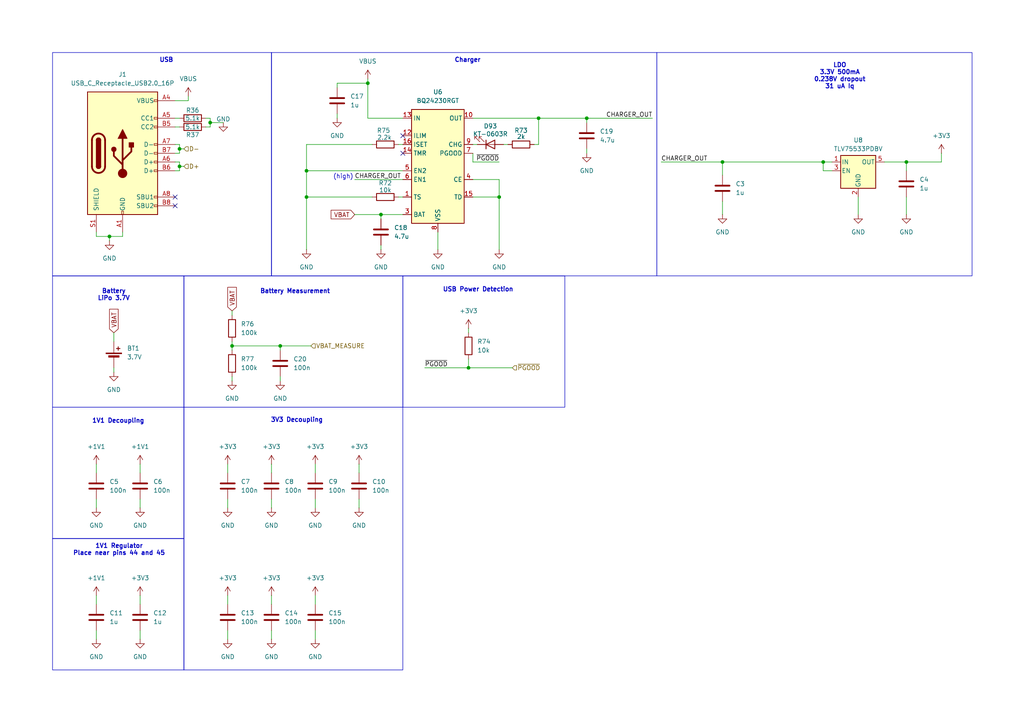
<source format=kicad_sch>
(kicad_sch (version 20231120) (generator "eeschema") (generator_version "8.0")
  (paper "A4")
  (lib_symbols
    (symbol "Connector:USB_C_Receptacle_USB2.0_16P" (pin_names (offset 1.016))
      (property "Reference" "J" (at 0 22.225 0))
      (property "Value" "USB_C_Receptacle_USB2.0_16P" (at 0 19.685 0))
      (symbol "USB_C_Receptacle_USB2.0_16P_0_0"
        (rectangle (start -0.254 -17.78) (end 0.254 -16.764))
        (rectangle (start 10.16 -14.986) (end 9.144 -15.494))
        (rectangle (start 10.16 -12.446) (end 9.144 -12.954))
        (rectangle (start 10.16 -4.826) (end 9.144 -5.334))
        (rectangle (start 10.16 -2.286) (end 9.144 -2.794))
        (rectangle (start 10.16 0.254) (end 9.144 -0.254))
        (rectangle (start 10.16 2.794) (end 9.144 2.286))
        (rectangle (start 10.16 7.874) (end 9.144 7.366))
        (rectangle (start 10.16 10.414) (end 9.144 9.906))
        (rectangle (start 10.16 15.494) (end 9.144 14.986))
      )
      (symbol "USB_C_Receptacle_USB2.0_16P_0_1"
        (rectangle (start -10.16 17.78) (end 10.16 -17.78) (stroke (width 0.254)) (fill (type background)))
        (arc (start -8.89 -3.81) (mid -6.985 -5.7067) (end -5.08 -3.81) (stroke (width 0.508)))
        (arc (start -7.62 -3.81) (mid -6.985 -4.4423) (end -6.35 -3.81) (stroke (width 0.254)))
        (arc (start -7.62 -3.81) (mid -6.985 -4.4423) (end -6.35 -3.81) (stroke (width 0.254)) (fill (type outline)))
        (rectangle (start -7.62 -3.81) (end -6.35 3.81) (stroke (width 0.254)) (fill (type outline)))
        (arc (start -6.35 3.81) (mid -6.985 4.4423) (end -7.62 3.81) (stroke (width 0.254)))
        (arc (start -6.35 3.81) (mid -6.985 4.4423) (end -7.62 3.81) (stroke (width 0.254)) (fill (type outline)))
        (arc (start -5.08 3.81) (mid -6.985 5.7067) (end -8.89 3.81) (stroke (width 0.508)))
        (circle (center -2.54 1.143) (radius 0.635) (stroke (width 0.254)) (fill (type outline)))
        (circle (center 0 -5.842) (radius 1.27) (fill (type outline)))
        (polyline (pts (xy -8.89 -3.81) (xy -8.89 3.81)) (stroke (width 0.508)))
        (polyline (pts (xy -5.08 3.81) (xy -5.08 -3.81)) (stroke (width 0.508)))
        (polyline (pts (xy 0 -5.842) (xy 0 4.318)) (stroke (width 0.508)))
        (polyline (pts (xy 0 -3.302) (xy -2.54 -0.762) (xy -2.54 0.508)) (stroke (width 0.508)))
        (polyline (pts (xy 0 -2.032) (xy 2.54 0.508) (xy 2.54 1.778)) (stroke (width 0.508)))
        (polyline (pts (xy -1.27 4.318) (xy 0 6.858) (xy 1.27 4.318) (xy -1.27 4.318)) (stroke (width 0.254)) (fill (type outline)))
        (rectangle (start 1.905 1.778) (end 3.175 3.048) (stroke (width 0.254)) (fill (type outline)))
      )
      (symbol "USB_C_Receptacle_USB2.0_16P_1_1"
        (pin passive line (at 0 -22.86 90) (length 5.08) (name "GND") (number "A1"))
        (pin passive line (at 0 -22.86 90) (length 5.08) hide (name "GND") (number "A12"))
        (pin passive line (at 15.24 15.24 180) (length 5.08) (name "VBUS") (number "A4"))
        (pin bidirectional line (at 15.24 10.16 180) (length 5.08) (name "CC1") (number "A5"))
        (pin bidirectional line (at 15.24 -2.54 180) (length 5.08) (name "D+") (number "A6"))
        (pin bidirectional line (at 15.24 2.54 180) (length 5.08) (name "D-") (number "A7"))
        (pin bidirectional line (at 15.24 -12.7 180) (length 5.08) (name "SBU1") (number "A8"))
        (pin passive line (at 15.24 15.24 180) (length 5.08) hide (name "VBUS") (number "A9"))
        (pin passive line (at 0 -22.86 90) (length 5.08) hide (name "GND") (number "B1"))
        (pin passive line (at 0 -22.86 90) (length 5.08) hide (name "GND") (number "B12"))
        (pin passive line (at 15.24 15.24 180) (length 5.08) hide (name "VBUS") (number "B4"))
        (pin bidirectional line (at 15.24 7.62 180) (length 5.08) (name "CC2") (number "B5"))
        (pin bidirectional line (at 15.24 -5.08 180) (length 5.08) (name "D+") (number "B6"))
        (pin bidirectional line (at 15.24 0 180) (length 5.08) (name "D-") (number "B7"))
        (pin bidirectional line (at 15.24 -15.24 180) (length 5.08) (name "SBU2") (number "B8"))
        (pin passive line (at 15.24 15.24 180) (length 5.08) hide (name "VBUS") (number "B9"))
        (pin passive line (at -7.62 -22.86 90) (length 5.08) (name "SHIELD") (number "S1"))
      )
    )
    (symbol "Device:Battery_Cell" (pin_numbers hide) (pin_names (offset 0) hide)
      (property "Reference" "BT" (at 2.54 2.54 0))
      (property "Value" "Battery_Cell" (at 2.54 0 0))
      (symbol "Battery_Cell_0_1"
        (rectangle (start -2.286 1.778) (end 2.286 1.524) (fill (type outline)))
        (rectangle (start -1.524 1.016) (end 1.524 0.508) (fill (type outline)))
        (polyline (pts (xy 0 0.762) (xy 0 0)))
        (polyline (pts (xy 0 1.778) (xy 0 2.54)))
        (polyline (pts (xy 0.762 3.048) (xy 1.778 3.048)) (stroke (width 0.254)))
        (polyline (pts (xy 1.27 3.556) (xy 1.27 2.54)) (stroke (width 0.254)))
      )
      (symbol "Battery_Cell_1_1"
        (pin passive line (at 0 5.08 270) (length 2.54) (name "+") (number "1"))
        (pin passive line (at 0 -2.54 90) (length 2.54) (name "-") (number "2"))
      )
    )
    (symbol "Device:C" (pin_numbers hide) (pin_names (offset 0.254))
      (property "Reference" "C" (at 0.635 2.54 0))
      (property "Value" "C" (at 0.635 -2.54 0))
      (symbol "C_0_1"
        (polyline (pts (xy -2.032 -0.762) (xy 2.032 -0.762)) (stroke (width 0.508)))
        (polyline (pts (xy -2.032 0.762) (xy 2.032 0.762)) (stroke (width 0.508)))
      )
      (symbol "C_1_1"
        (pin passive line (at 0 3.81 270) (length 2.794) (name "~") (number "1"))
        (pin passive line (at 0 -3.81 90) (length 2.794) (name "~") (number "2"))
      )
    )
    (symbol "Device:LED" (pin_numbers hide) (pin_names (offset 1.016) hide)
      (property "Reference" "D" (at 0 2.54 0))
      (property "Value" "LED" (at 0 -2.54 0))
      (symbol "LED_0_1"
        (polyline (pts (xy -1.27 -1.27) (xy -1.27 1.27)) (stroke (width 0.254)))
        (polyline (pts (xy -1.27 0) (xy 1.27 0)))
        (polyline (pts (xy 1.27 -1.27) (xy 1.27 1.27) (xy -1.27 0) (xy 1.27 -1.27)) (stroke (width 0.254)))
        (polyline (pts (xy -3.048 -0.762) (xy -4.572 -2.286) (xy -3.81 -2.286) (xy -4.572 -2.286) (xy -4.572 -1.524)))
        (polyline (pts (xy -1.778 -0.762) (xy -3.302 -2.286) (xy -2.54 -2.286) (xy -3.302 -2.286) (xy -3.302 -1.524)))
      )
      (symbol "LED_1_1"
        (pin passive line (at -3.81 0 0) (length 2.54) (name "K") (number "1"))
        (pin passive line (at 3.81 0 180) (length 2.54) (name "A") (number "2"))
      )
    )
    (symbol "Device:R" (pin_numbers hide) (pin_names (offset 0))
      (property "Reference" "R" (at 2.032 0 90))
      (property "Value" "R" (at 0 0 90))
      (symbol "R_0_1"
        (rectangle (start -1.016 -2.54) (end 1.016 2.54) (stroke (width 0.254)))
      )
      (symbol "R_1_1"
        (pin passive line (at 0 3.81 270) (length 1.27) (name "~") (number "1"))
        (pin passive line (at 0 -3.81 90) (length 1.27) (name "~") (number "2"))
      )
    )
    (symbol "Power_Management:BQ24230RGT"
      (property "Reference" "U" (at -8.89 19.05 0))
      (property "Value" "BQ24230RGT" (at 5.08 19.05 0))
      (symbol "BQ24230RGT_0_1"
        (rectangle (start -7.62 17.78) (end 7.62 -15.24) (stroke (width 0.254)) (fill (type background)))
      )
      (symbol "BQ24230RGT_1_1"
        (pin passive line (at -10.16 -7.62 0) (length 2.54) (name "TS") (number "1"))
        (pin power_out line (at 10.16 15.24 180) (length 2.54) (name "OUT") (number "10"))
        (pin passive line (at 10.16 15.24 180) (length 2.54) hide (name "OUT") (number "11"))
        (pin passive line (at -10.16 10.16 0) (length 2.54) (name "ILIM") (number "12"))
        (pin power_in line (at -10.16 15.24 0) (length 2.54) (name "IN") (number "13"))
        (pin passive line (at -10.16 5.08 0) (length 2.54) (name "TMR") (number "14"))
        (pin input line (at 10.16 -7.62 180) (length 2.54) (name "TD") (number "15"))
        (pin passive line (at -10.16 7.62 0) (length 2.54) (name "ISET") (number "16"))
        (pin passive line (at 0 -17.78 90) (length 2.54) hide (name "VSS") (number "17"))
        (pin bidirectional line (at -10.16 -12.7 0) (length 2.54) hide (name "BAT") (number "2"))
        (pin bidirectional line (at -10.16 -12.7 0) (length 2.54) (name "BAT") (number "3"))
        (pin input line (at 10.16 -2.54 180) (length 2.54) (name "CE") (number "4"))
        (pin input line (at -10.16 0 0) (length 2.54) (name "EN2") (number "5"))
        (pin input line (at -10.16 -2.54 0) (length 2.54) (name "EN1") (number "6"))
        (pin open_collector line (at 10.16 5.08 180) (length 2.54) (name "PGOOD") (number "7"))
        (pin power_in line (at 0 -17.78 90) (length 2.54) (name "VSS") (number "8"))
        (pin open_collector line (at 10.16 7.62 180) (length 2.54) (name "CHG") (number "9"))
      )
    )
    (symbol "Regulator_Linear:TLV75533PDBV" (pin_names (offset 0.254))
      (property "Reference" "U" (at -3.81 5.715 0))
      (property "Value" "TLV75533PDBV" (at 0 5.715 0))
      (symbol "TLV75533PDBV_0_1"
        (rectangle (start -5.08 4.445) (end 5.08 -5.08) (stroke (width 0.254)) (fill (type background)))
      )
      (symbol "TLV75533PDBV_1_1"
        (pin power_in line (at -7.62 2.54 0) (length 2.54) (name "IN") (number "1"))
        (pin power_in line (at 0 -7.62 90) (length 2.54) (name "GND") (number "2"))
        (pin input line (at -7.62 0 0) (length 2.54) (name "EN") (number "3"))
        (pin no_connect line (at 5.08 0 180) (length 2.54) hide (name "NC") (number "4"))
        (pin power_out line (at 7.62 2.54 180) (length 2.54) (name "OUT") (number "5"))
      )
    )
    (symbol "power:+1V1" (power) (pin_numbers hide) (pin_names (offset 0) hide)
      (property "Value" "+1V1" (at 0 3.556 0))
      (symbol "+1V1_0_1"
        (polyline (pts (xy -0.762 1.27) (xy 0 2.54)))
        (polyline (pts (xy 0 0) (xy 0 2.54)))
        (polyline (pts (xy 0 2.54) (xy 0.762 1.27)))
      )
      (symbol "+1V1_1_1"
        (pin power_in line (at 0 0 90) (length 0) (name "~") (number "1"))
      )
    )
    (symbol "power:+3V3" (power) (pin_numbers hide) (pin_names (offset 0) hide)
      (property "Value" "+3V3" (at 0 3.556 0))
      (symbol "+3V3_0_1"
        (polyline (pts (xy -0.762 1.27) (xy 0 2.54)))
        (polyline (pts (xy 0 0) (xy 0 2.54)))
        (polyline (pts (xy 0 2.54) (xy 0.762 1.27)))
      )
      (symbol "+3V3_1_1"
        (pin power_in line (at 0 0 90) (length 0) (name "~") (number "1"))
      )
    )
    (symbol "power:GND" (power) (pin_numbers hide) (pin_names (offset 0) hide)
      (property "Value" "GND" (at 0 -3.81 0))
      (symbol "GND_0_1"
        (polyline (pts (xy 0 0) (xy 0 -1.27) (xy 1.27 -1.27) (xy 0 -2.54) (xy -1.27 -1.27) (xy 0 -1.27)))
      )
      (symbol "GND_1_1"
        (pin power_in line (at 0 0 270) (length 0) (name "~") (number "1"))
      )
    )
    (symbol "power:VBUS" (power) (pin_numbers hide) (pin_names (offset 0) hide)
      (property "Value" "VBUS" (at 0 3.556 0))
      (symbol "VBUS_0_1"
        (polyline (pts (xy -0.762 1.27) (xy 0 2.54)))
        (polyline (pts (xy 0 0) (xy 0 2.54)))
        (polyline (pts (xy 0 2.54) (xy 0.762 1.27)))
      )
      (symbol "VBUS_1_1"
        (pin power_in line (at 0 0 90) (length 0) (name "~") (number "1"))
      )
    )
  )
  (junction (at 135.89 106.68))
  (junction (at 31.75 68.58))
  (junction (at 110.49 62.23))
  (junction (at 262.89 46.99))
  (junction (at 88.9 57.15))
  (junction (at 170.18 34.29))
  (junction (at 238.76 46.99))
  (junction (at 106.68 24.13))
  (junction (at 144.78 57.15))
  (junction (at 88.9 49.53))
  (junction (at 52.07 43.18))
  (junction (at 156.21 34.29))
  (junction (at 81.28 100.33))
  (junction (at 209.55 46.99))
  (junction (at 67.31 100.33))
  (junction (at 52.07 48.26))
  (junction (at 60.96 35.56))
  (no_connect (at 50.8 59.69))
  (no_connect (at 50.8 57.15))
  (no_connect (at 116.84 39.37))
  (no_connect (at 116.84 44.45))
  (wire (pts (xy 110.49 62.23) (xy 110.49 63.5)))
  (wire (pts (xy 27.94 182.88) (xy 27.94 185.42)))
  (wire (pts (xy 78.74 134.62) (xy 78.74 137.16)))
  (wire (pts (xy 273.05 46.99) (xy 262.89 46.99)))
  (wire (pts (xy 67.31 100.33) (xy 81.28 100.33)))
  (wire (pts (xy 52.07 48.26) (xy 53.34 48.26)))
  (wire (pts (xy 156.21 34.29) (xy 170.18 34.29)))
  (wire (pts (xy 110.49 62.23) (xy 116.84 62.23)))
  (wire (pts (xy 106.68 34.29) (xy 116.84 34.29)))
  (wire (pts (xy 137.16 34.29) (xy 156.21 34.29)))
  (wire (pts (xy 33.02 106.68) (xy 33.02 107.95)))
  (wire (pts (xy 78.74 144.78) (xy 78.74 147.32)))
  (wire (pts (xy 31.75 68.58) (xy 35.56 68.58)))
  (wire (pts (xy 127 67.31) (xy 127 72.39)))
  (wire (pts (xy 81.28 100.33) (xy 90.17 100.33)))
  (wire (pts (xy 91.44 144.78) (xy 91.44 147.32)))
  (wire (pts (xy 66.04 182.88) (xy 66.04 185.42)))
  (wire (pts (xy 238.76 49.53) (xy 241.3 49.53)))
  (wire (pts (xy 66.04 134.62) (xy 66.04 137.16)))
  (wire (pts (xy 27.94 134.62) (xy 27.94 137.16)))
  (wire (pts (xy 135.89 106.68) (xy 135.89 104.14)))
  (wire (pts (xy 81.28 109.22) (xy 81.28 110.49)))
  (wire (pts (xy 78.74 182.88) (xy 78.74 185.42)))
  (wire (pts (xy 135.89 95.25) (xy 135.89 96.52)))
  (wire (pts (xy 191.77 46.99) (xy 209.55 46.99)))
  (wire (pts (xy 137.16 41.91) (xy 138.43 41.91)))
  (wire (pts (xy 60.96 35.56) (xy 64.77 35.56)))
  (wire (pts (xy 238.76 46.99) (xy 238.76 49.53)))
  (wire (pts (xy 35.56 68.58) (xy 35.56 67.31)))
  (wire (pts (xy 137.16 46.99) (xy 144.78 46.99)))
  (wire (pts (xy 27.94 144.78) (xy 27.94 147.32)))
  (wire (pts (xy 262.89 46.99) (xy 262.89 49.53)))
  (wire (pts (xy 27.94 68.58) (xy 31.75 68.58)))
  (wire (pts (xy 115.57 57.15) (xy 116.84 57.15)))
  (wire (pts (xy 66.04 144.78) (xy 66.04 147.32)))
  (wire (pts (xy 137.16 57.15) (xy 144.78 57.15)))
  (wire (pts (xy 60.96 36.83) (xy 60.96 35.56)))
  (wire (pts (xy 88.9 41.91) (xy 88.9 49.53)))
  (wire (pts (xy 27.94 172.72) (xy 27.94 175.26)))
  (wire (pts (xy 52.07 48.26) (xy 52.07 49.53)))
  (wire (pts (xy 170.18 34.29) (xy 189.23 34.29)))
  (wire (pts (xy 52.07 41.91) (xy 52.07 43.18)))
  (wire (pts (xy 88.9 57.15) (xy 107.95 57.15)))
  (wire (pts (xy 52.07 44.45) (xy 50.8 44.45)))
  (wire (pts (xy 135.89 106.68) (xy 148.59 106.68)))
  (wire (pts (xy 262.89 57.15) (xy 262.89 62.23)))
  (wire (pts (xy 50.8 36.83) (xy 52.07 36.83)))
  (wire (pts (xy 209.55 46.99) (xy 209.55 50.8)))
  (wire (pts (xy 40.64 172.72) (xy 40.64 175.26)))
  (wire (pts (xy 50.8 34.29) (xy 52.07 34.29)))
  (wire (pts (xy 67.31 99.06) (xy 67.31 100.33)))
  (wire (pts (xy 54.61 29.21) (xy 54.61 27.94)))
  (wire (pts (xy 33.02 96.52) (xy 33.02 99.06)))
  (wire (pts (xy 273.05 44.45) (xy 273.05 46.99)))
  (wire (pts (xy 156.21 41.91) (xy 156.21 34.29)))
  (wire (pts (xy 248.92 57.15) (xy 248.92 62.23)))
  (wire (pts (xy 146.05 41.91) (xy 147.32 41.91)))
  (wire (pts (xy 81.28 100.33) (xy 81.28 101.6)))
  (wire (pts (xy 91.44 134.62) (xy 91.44 137.16)))
  (wire (pts (xy 209.55 46.99) (xy 238.76 46.99)))
  (wire (pts (xy 40.64 182.88) (xy 40.64 185.42)))
  (wire (pts (xy 107.95 41.91) (xy 88.9 41.91)))
  (wire (pts (xy 67.31 100.33) (xy 67.31 101.6)))
  (wire (pts (xy 144.78 72.39) (xy 144.78 57.15)))
  (wire (pts (xy 144.78 52.07) (xy 144.78 57.15)))
  (wire (pts (xy 137.16 46.99) (xy 137.16 44.45)))
  (wire (pts (xy 154.94 41.91) (xy 156.21 41.91)))
  (wire (pts (xy 50.8 41.91) (xy 52.07 41.91)))
  (wire (pts (xy 106.68 24.13) (xy 106.68 22.86)))
  (wire (pts (xy 102.87 62.23) (xy 110.49 62.23)))
  (wire (pts (xy 52.07 46.99) (xy 52.07 48.26)))
  (wire (pts (xy 115.57 41.91) (xy 116.84 41.91)))
  (wire (pts (xy 88.9 72.39) (xy 88.9 57.15)))
  (wire (pts (xy 52.07 43.18) (xy 53.34 43.18)))
  (wire (pts (xy 137.16 52.07) (xy 144.78 52.07)))
  (wire (pts (xy 97.79 24.13) (xy 97.79 25.4)))
  (wire (pts (xy 40.64 144.78) (xy 40.64 147.32)))
  (wire (pts (xy 78.74 172.72) (xy 78.74 175.26)))
  (wire (pts (xy 50.8 49.53) (xy 52.07 49.53)))
  (wire (pts (xy 67.31 90.17) (xy 67.31 91.44)))
  (wire (pts (xy 97.79 33.02) (xy 97.79 34.29)))
  (wire (pts (xy 50.8 46.99) (xy 52.07 46.99)))
  (wire (pts (xy 104.14 134.62) (xy 104.14 137.16)))
  (wire (pts (xy 116.84 49.53) (xy 88.9 49.53)))
  (wire (pts (xy 91.44 182.88) (xy 91.44 185.42)))
  (wire (pts (xy 60.96 34.29) (xy 59.69 34.29)))
  (wire (pts (xy 106.68 24.13) (xy 106.68 34.29)))
  (wire (pts (xy 91.44 172.72) (xy 91.44 175.26)))
  (wire (pts (xy 97.79 24.13) (xy 106.68 24.13)))
  (wire (pts (xy 238.76 46.99) (xy 241.3 46.99)))
  (wire (pts (xy 170.18 43.18) (xy 170.18 44.45)))
  (wire (pts (xy 52.07 43.18) (xy 52.07 44.45)))
  (wire (pts (xy 102.87 52.07) (xy 116.84 52.07)))
  (wire (pts (xy 60.96 35.56) (xy 60.96 34.29)))
  (wire (pts (xy 31.75 68.58) (xy 31.75 69.85)))
  (wire (pts (xy 27.94 67.31) (xy 27.94 68.58)))
  (wire (pts (xy 88.9 49.53) (xy 88.9 57.15)))
  (wire (pts (xy 123.19 106.68) (xy 135.89 106.68)))
  (wire (pts (xy 170.18 34.29) (xy 170.18 35.56)))
  (wire (pts (xy 209.55 58.42) (xy 209.55 62.23)))
  (wire (pts (xy 59.69 36.83) (xy 60.96 36.83)))
  (wire (pts (xy 104.14 144.78) (xy 104.14 147.32)))
  (wire (pts (xy 40.64 134.62) (xy 40.64 137.16)))
  (wire (pts (xy 50.8 29.21) (xy 54.61 29.21)))
  (wire (pts (xy 67.31 109.22) (xy 67.31 110.49)))
  (wire (pts (xy 262.89 46.99) (xy 256.54 46.99)))
  (wire (pts (xy 110.49 71.12) (xy 110.49 72.39)))
  (wire (pts (xy 66.04 172.72) (xy 66.04 175.26)))
  (rectangle (start 15.24 156.21) (end 53.34 194.31))
  (rectangle (start 15.24 80.01) (end 53.34 118.11))
  (rectangle (start 116.84 80.01) (end 163.83 118.11))
  (rectangle (start 190.5 15.24) (end 281.94 80.01))
  (rectangle (start 15.24 118.11) (end 53.34 156.21))
  (rectangle (start 15.24 15.24) (end 78.74 80.01))
  (rectangle (start 53.34 118.11) (end 116.84 194.31))
  (rectangle (start 53.34 80.01) (end 116.84 118.11))
  (rectangle (start 78.74 15.24) (end 190.5 80.01))
  (text "USB" (at 48.26 17.526 0) (effects (font (size 1.27 1.27) (thickness 0.254) (bold yes))))
  (text "(high)" (at 99.568 51.308 0) (effects (font (size 1.27 1.27))))
  (text "USB Power Detection" (at 138.684 84.074 0) (effects (font (size 1.27 1.27) (thickness 0.254) (bold yes))))
  (text "LDO\n3.3V 500mA\n0.238V dropout\n31 uA Iq" (at 243.586 22.098 0) (effects (font (size 1.27 1.27) (thickness 0.254) (bold yes))))
  (text "Battery Measurement" (at 85.598 84.582 0) (effects (font (size 1.27 1.27) (thickness 0.254) (bold yes))))
  (text "Charger" (at 135.636 17.526 0) (effects (font (size 1.27 1.27) (thickness 0.254) (bold yes))))
  (text "1V1 Decoupling" (at 34.29 122.174 0) (effects (font (size 1.27 1.27) (thickness 0.254) (bold yes))))
  (text "Battery\nLiPo 3.7V" (at 33.02 85.598 0) (effects (font (size 1.27 1.27) (thickness 0.254) (bold yes))))
  (text "1V1 Regulator\nPlace near pins 44 and 45" (at 34.544 159.512 0) (effects (font (size 1.27 1.27) (thickness 0.254) (bold yes))))
  (text "3V3 Decoupling" (at 86.106 121.92 0) (effects (font (size 1.27 1.27) (thickness 0.254) (bold yes))))
  (label "CHARGER_OUT" (at 189.23 34.29 180))
  (label "~{PGOOD}" (at 123.19 106.68 0))
  (label "~{PGOOD}" (at 144.78 46.99 180))
  (label "CHARGER_OUT" (at 102.87 52.07 0))
  (label "CHARGER_OUT" (at 191.77 46.99 0))
  (global_label "VBAT" (shape input) (at 102.87 62.23 180) (effects (font (thickness 0.1588))) (property "Intersheetrefs" "${INTERSHEET_REFS}" (effects (hide yes))))
  (global_label "VBAT" (shape input) (at 33.02 96.52 90) (effects (font (thickness 0.1588))) (property "Intersheetrefs" "${INTERSHEET_REFS}" (effects (hide yes))))
  (global_label "VBAT" (shape input) (at 67.31 90.17 90) (effects (font (thickness 0.1588))) (property "Intersheetrefs" "${INTERSHEET_REFS}" (effects (hide yes))))
  (hierarchical_label "VBAT_MEASURE" (shape input) (at 90.17 100.33 0))
  (hierarchical_label "D-" (shape input) (at 53.34 43.18 0))
  (hierarchical_label "~{PGOOD}" (shape input) (at 148.59 106.68 0))
  (hierarchical_label "D+" (shape input) (at 53.34 48.26 0))
  (symbol (lib_id "power:+1V1") (at 27.94 172.72 0) (unit 1)
    (property "Reference" "#PWR060" (effects (hide yes)))
    (property "Value" "+1V1" (at 27.94 167.64 0))
    (property "Description" "Power symbol creates a global label with name \"+1V1\"" (effects (hide yes)))
  )
  (symbol (lib_id "Device:C") (at 66.04 179.07 0) (unit 1)
    (property "Reference" "C13" (at 69.85 177.7999 0) (effects (justify left)))
    (property "Value" "100n" (at 69.85 180.3399 0) (effects (justify left)))
    (property "Footprint" "Capacitor_SMD:C_0402_1005Metric" (effects (hide yes)))
    (property "Description" "Unpolarized capacitor" (effects (hide yes)))
    (property "LCSC" "C1525" (effects (hide yes)))
  )
  (symbol (lib_id "power:GND") (at 67.31 110.49 0) (unit 1)
    (property "Reference" "#PWR088" (effects (hide yes)))
    (property "Value" "GND" (at 67.31 115.57 0))
    (property "Description" "Power symbol creates a global label with name \"GND\" , ground" (effects (hide yes)))
  )
  (symbol (lib_id "Device:C") (at 170.18 39.37 0) (unit 1)
    (property "Reference" "C19" (at 173.99 38.0999 0) (effects (justify left)))
    (property "Value" "4.7u" (at 173.99 40.6399 0) (effects (justify left)))
    (property "Footprint" "Capacitor_SMD:C_0402_1005Metric" (effects (hide yes)))
    (property "Description" "Unpolarized capacitor" (effects (hide yes)))
    (property "LCSC" "C23733" (effects (hide yes)))
  )
  (symbol (lib_id "Device:C") (at 209.55 54.61 0) (mirror y) (unit 1)
    (property "Reference" "C3" (at 213.36 53.3399 0) (effects (justify right)))
    (property "Value" "1u" (at 213.36 55.8799 0) (effects (justify right)))
    (property "Footprint" "Capacitor_SMD:C_0402_1005Metric" (effects (hide yes)))
    (property "Description" "Unpolarized capacitor" (effects (hide yes)))
    (property "LCSC" "C52923" (effects (hide yes)))
  )
  (symbol (lib_id "Device:C") (at 78.74 179.07 0) (unit 1)
    (property "Reference" "C14" (at 82.55 177.7999 0) (effects (justify left)))
    (property "Value" "100n" (at 82.55 180.3399 0) (effects (justify left)))
    (property "Footprint" "Capacitor_SMD:C_0402_1005Metric" (effects (hide yes)))
    (property "Description" "Unpolarized capacitor" (effects (hide yes)))
    (property "LCSC" "C1525" (effects (hide yes)))
  )
  (symbol (lib_id "Device:C") (at 91.44 179.07 0) (unit 1)
    (property "Reference" "C15" (at 95.25 177.7999 0) (effects (justify left)))
    (property "Value" "100n" (at 95.25 180.3399 0) (effects (justify left)))
    (property "Footprint" "Capacitor_SMD:C_0402_1005Metric" (effects (hide yes)))
    (property "Description" "Unpolarized capacitor" (effects (hide yes)))
    (property "LCSC" "C1525" (effects (hide yes)))
  )
  (symbol (lib_id "Power_Management:BQ24230RGT") (at 127 49.53 0) (unit 1)
    (property "Reference" "U6" (at 127 26.67 0))
    (property "Value" "BQ24230RGT" (at 127 29.21 0))
    (property "Footprint" "Package_DFN_QFN:VQFN-16-1EP_3x3mm_P0.5mm_EP1.68x1.68mm_ThermalVias" (effects (hide yes)))
    (property "Datasheet" "http://www.ti.com/cn/lit/ds/symlink/bq24230.pdf" (effects (hide yes)))
    (property "Description" "USB-Friendly Lithium-Ion Battery Charger And Power-Path Management IC, VQFN-16" (effects (hide yes)))
    (property "LCSC" "C524814" (effects (hide yes)))
  )
  (symbol (lib_id "Device:C") (at 104.14 140.97 0) (unit 1)
    (property "Reference" "C10" (at 107.95 139.6999 0) (effects (justify left)))
    (property "Value" "100n" (at 107.95 142.2399 0) (effects (justify left)))
    (property "Footprint" "Capacitor_SMD:C_0402_1005Metric" (effects (hide yes)))
    (property "Description" "Unpolarized capacitor" (effects (hide yes)))
    (property "LCSC" "C1525" (effects (hide yes)))
  )
  (symbol (lib_id "power:+3V3") (at 135.89 95.25 0) (unit 1)
    (property "Reference" "#PWR092" (effects (hide yes)))
    (property "Value" "+3V3" (at 135.89 90.17 0))
    (property "Description" "Power symbol creates a global label with name \"+3V3\"" (effects (hide yes)))
  )
  (symbol (lib_id "Device:C") (at 97.79 29.21 0) (unit 1)
    (property "Reference" "C17" (at 101.6 27.9399 0) (effects (justify left)))
    (property "Value" "1u" (at 101.6 30.4799 0) (effects (justify left)))
    (property "Footprint" "Capacitor_SMD:C_0402_1005Metric" (effects (hide yes)))
    (property "Description" "Unpolarized capacitor" (effects (hide yes)))
    (property "LCSC" "C52923" (effects (hide yes)))
  )
  (symbol (lib_id "Device:C") (at 110.49 67.31 0) (unit 1)
    (property "Reference" "C18" (at 114.3 66.0399 0) (effects (justify left)))
    (property "Value" "4.7u" (at 114.3 68.5799 0) (effects (justify left)))
    (property "Footprint" "Capacitor_SMD:C_0402_1005Metric" (effects (hide yes)))
    (property "Description" "Unpolarized capacitor" (effects (hide yes)))
    (property "LCSC" "C23733" (effects (hide yes)))
  )
  (symbol (lib_id "power:GND") (at 40.64 185.42 0) (unit 1)
    (property "Reference" "#PWR066" (effects (hide yes)))
    (property "Value" "GND" (at 40.64 190.5 0))
    (property "Description" "Power symbol creates a global label with name \"GND\" , ground" (effects (hide yes)))
  )
  (symbol (lib_id "power:GND") (at 88.9 72.39 0) (unit 1)
    (property "Reference" "#PWR087" (effects (hide yes)))
    (property "Value" "GND" (at 88.9 77.47 0))
    (property "Description" "Power symbol creates a global label with name \"GND\" , ground" (effects (hide yes)))
  )
  (symbol (lib_id "Device:C") (at 27.94 140.97 0) (unit 1)
    (property "Reference" "C5" (at 31.75 139.6999 0) (effects (justify left)))
    (property "Value" "100n" (at 31.75 142.2399 0) (effects (justify left)))
    (property "Footprint" "Capacitor_SMD:C_0402_1005Metric" (effects (hide yes)))
    (property "Description" "Unpolarized capacitor" (effects (hide yes)))
    (property "LCSC" "C1525" (effects (hide yes)))
  )
  (symbol (lib_id "power:+3V3") (at 78.74 172.72 0) (unit 1)
    (property "Reference" "#PWR063" (effects (hide yes)))
    (property "Value" "+3V3" (at 78.74 167.64 0))
    (property "Description" "Power symbol creates a global label with name \"+3V3\"" (effects (hide yes)))
  )
  (symbol (lib_id "power:GND") (at 81.28 110.49 0) (unit 1)
    (property "Reference" "#PWR090" (effects (hide yes)))
    (property "Value" "GND" (at 81.28 115.57 0))
    (property "Description" "Power symbol creates a global label with name \"GND\" , ground" (effects (hide yes)))
  )
  (symbol (lib_id "Device:R") (at 111.76 41.91 90) (unit 1)
    (property "Reference" "R75" (at 111.252 37.846 90))
    (property "Value" "2.2k" (at 111.506 39.878 90))
    (property "Footprint" "Resistor_SMD:R_0402_1005Metric" (effects (hide yes)))
    (property "Description" "Resistor" (effects (hide yes)))
    (property "LCSC" "C25879" (effects (hide yes)))
  )
  (symbol (lib_id "power:GND") (at 209.55 62.23 0) (unit 1)
    (property "Reference" "#PWR045" (effects (hide yes)))
    (property "Value" "GND" (at 209.55 67.31 0))
    (property "Description" "Power symbol creates a global label with name \"GND\" , ground" (effects (hide yes)))
  )
  (symbol (lib_id "Device:C") (at 262.89 53.34 0) (mirror y) (unit 1)
    (property "Reference" "C4" (at 266.7 52.0699 0) (effects (justify right)))
    (property "Value" "1u" (at 266.7 54.6099 0) (effects (justify right)))
    (property "Footprint" "Capacitor_SMD:C_0402_1005Metric" (effects (hide yes)))
    (property "Description" "Unpolarized capacitor" (effects (hide yes)))
    (property "LCSC" "C52923" (effects (hide yes)))
  )
  (symbol (lib_id "power:GND") (at 127 72.39 0) (unit 1)
    (property "Reference" "#PWR086" (effects (hide yes)))
    (property "Value" "GND" (at 127 77.47 0))
    (property "Description" "Power symbol creates a global label with name \"GND\" , ground" (effects (hide yes)))
  )
  (symbol (lib_id "power:GND") (at 91.44 185.42 0) (unit 1)
    (property "Reference" "#PWR069" (effects (hide yes)))
    (property "Value" "GND" (at 91.44 190.5 0))
    (property "Description" "Power symbol creates a global label with name \"GND\" , ground" (effects (hide yes)))
  )
  (symbol (lib_id "Device:C") (at 27.94 179.07 0) (unit 1)
    (property "Reference" "C11" (at 31.75 177.7999 0) (effects (justify left)))
    (property "Value" "1u" (at 31.75 180.3399 0) (effects (justify left)))
    (property "Footprint" "Capacitor_SMD:C_0402_1005Metric" (effects (hide yes)))
    (property "Description" "Unpolarized capacitor" (effects (hide yes)))
    (property "LCSC" "C52923" (effects (hide yes)))
  )
  (symbol (lib_id "Device:R") (at 111.76 57.15 90) (unit 1)
    (property "Reference" "R72" (at 111.76 53.086 90))
    (property "Value" "10k" (at 111.76 55.118 90))
    (property "Footprint" "Resistor_SMD:R_0402_1005Metric" (effects (hide yes)))
    (property "Description" "Resistor" (effects (hide yes)))
    (property "LCSC" "C25744" (effects (hide yes)))
  )
  (symbol (lib_id "power:GND") (at 97.79 34.29 0) (unit 1)
    (property "Reference" "#PWR084" (effects (hide yes)))
    (property "Value" "GND" (at 97.79 39.37 0))
    (property "Description" "Power symbol creates a global label with name \"GND\" , ground" (effects (hide yes)))
  )
  (symbol (lib_id "power:+3V3") (at 66.04 134.62 0) (unit 1)
    (property "Reference" "#PWR050" (effects (hide yes)))
    (property "Value" "+3V3" (at 66.04 129.54 0))
    (property "Description" "Power symbol creates a global label with name \"+3V3\"" (effects (hide yes)))
  )
  (symbol (lib_id "power:GND") (at 262.89 62.23 0) (unit 1)
    (property "Reference" "#PWR046" (effects (hide yes)))
    (property "Value" "GND" (at 262.89 67.31 0))
    (property "Description" "Power symbol creates a global label with name \"GND\" , ground" (effects (hide yes)))
  )
  (symbol (lib_id "power:+3V3") (at 273.05 44.45 0) (unit 1)
    (property "Reference" "#PWR043" (effects (hide yes)))
    (property "Value" "+3V3" (at 273.05 39.37 0))
    (property "Description" "Power symbol creates a global label with name \"+3V3\"" (effects (hide yes)))
  )
  (symbol (lib_id "power:GND") (at 170.18 44.45 0) (unit 1)
    (property "Reference" "#PWR091" (effects (hide yes)))
    (property "Value" "GND" (at 170.18 49.53 0))
    (property "Description" "Power symbol creates a global label with name \"GND\" , ground" (effects (hide yes)))
  )
  (symbol (lib_id "power:GND") (at 78.74 147.32 0) (unit 1)
    (property "Reference" "#PWR057" (effects (hide yes)))
    (property "Value" "GND" (at 78.74 152.4 0))
    (property "Description" "Power symbol creates a global label with name \"GND\" , ground" (effects (hide yes)))
  )
  (symbol (lib_id "power:GND") (at 31.75 69.85 0) (unit 1)
    (property "Reference" "#PWR044" (effects (hide yes)))
    (property "Value" "GND" (at 31.75 74.93 0))
    (property "Description" "Power symbol creates a global label with name \"GND\" , ground" (effects (hide yes)))
  )
  (symbol (lib_id "Device:R") (at 135.89 100.33 0) (unit 1)
    (property "Reference" "R74" (at 138.43 99.0599 0) (effects (justify left)))
    (property "Value" "10k" (at 138.43 101.5999 0) (effects (justify left)))
    (property "Footprint" "Resistor_SMD:R_0402_1005Metric" (effects (hide yes)))
    (property "Description" "Resistor" (effects (hide yes)))
    (property "LCSC" "C25744" (effects (hide yes)))
  )
  (symbol (lib_id "power:+3V3") (at 91.44 134.62 0) (unit 1)
    (property "Reference" "#PWR052" (effects (hide yes)))
    (property "Value" "+3V3" (at 91.44 129.54 0))
    (property "Description" "Power symbol creates a global label with name \"+3V3\"" (effects (hide yes)))
  )
  (symbol (lib_id "Device:R") (at 67.31 105.41 0) (unit 1)
    (property "Reference" "R77" (at 69.85 104.1399 0) (effects (justify left)))
    (property "Value" "100k" (at 69.85 106.6799 0) (effects (justify left)))
    (property "Footprint" "Resistor_SMD:R_0402_1005Metric" (effects (hide yes)))
    (property "Description" "Resistor" (effects (hide yes)))
    (property "LCSC" "C25741" (effects (hide yes)))
  )
  (symbol (lib_id "power:GND") (at 78.74 185.42 0) (unit 1)
    (property "Reference" "#PWR068" (effects (hide yes)))
    (property "Value" "GND" (at 78.74 190.5 0))
    (property "Description" "Power symbol creates a global label with name \"GND\" , ground" (effects (hide yes)))
  )
  (symbol (lib_id "Device:Battery_Cell") (at 33.02 104.14 0) (unit 1)
    (property "Reference" "BT1" (at 36.83 101.0284 0) (effects (justify left)))
    (property "Value" "3.7V" (at 36.83 103.5684 0) (effects (justify left)))
    (property "Footprint" "Connector_JST:JST_PH_S2B-PH-K_1x02_P2.00mm_Horizontal_Reverse_Polarity" (effects (hide yes)))
    (property "Description" "Single-cell battery" (effects (hide yes)))
  )
  (symbol (lib_id "power:GND") (at 66.04 185.42 0) (unit 1)
    (property "Reference" "#PWR067" (effects (hide yes)))
    (property "Value" "GND" (at 66.04 190.5 0))
    (property "Description" "Power symbol creates a global label with name \"GND\" , ground" (effects (hide yes)))
  )
  (symbol (lib_id "Device:C") (at 40.64 140.97 0) (unit 1)
    (property "Reference" "C6" (at 44.45 139.6999 0) (effects (justify left)))
    (property "Value" "100n" (at 44.45 142.2399 0) (effects (justify left)))
    (property "Footprint" "Capacitor_SMD:C_0402_1005Metric" (effects (hide yes)))
    (property "Description" "Unpolarized capacitor" (effects (hide yes)))
    (property "LCSC" "C1525" (effects (hide yes)))
  )
  (symbol (lib_id "Device:R") (at 55.88 34.29 90) (unit 1)
    (property "Reference" "R36" (at 55.88 32.004 90))
    (property "Value" "5.1k" (at 55.88 34.29 90))
    (property "Footprint" "Resistor_SMD:R_0402_1005Metric" (effects (hide yes)))
    (property "Description" "Resistor" (effects (hide yes)))
    (property "LCSC" "C25905" (effects (hide yes)))
  )
  (symbol (lib_id "power:+1V1") (at 40.64 134.62 0) (unit 1)
    (property "Reference" "#PWR049" (effects (hide yes)))
    (property "Value" "+1V1" (at 40.64 129.54 0))
    (property "Description" "Power symbol creates a global label with name \"+1V1\"" (effects (hide yes)))
  )
  (symbol (lib_id "power:VBUS") (at 54.61 27.94 0) (unit 1)
    (property "Reference" "#PWR040" (effects (hide yes)))
    (property "Value" "VBUS" (at 54.61 22.86 0))
    (property "Description" "Power symbol creates a global label with name \"VBUS\"" (effects (hide yes)))
  )
  (symbol (lib_id "power:+3V3") (at 78.74 134.62 0) (unit 1)
    (property "Reference" "#PWR051" (effects (hide yes)))
    (property "Value" "+3V3" (at 78.74 129.54 0))
    (property "Description" "Power symbol creates a global label with name \"+3V3\"" (effects (hide yes)))
  )
  (symbol (lib_id "Device:C") (at 91.44 140.97 0) (unit 1)
    (property "Reference" "C9" (at 95.25 139.6999 0) (effects (justify left)))
    (property "Value" "100n" (at 95.25 142.2399 0) (effects (justify left)))
    (property "Footprint" "Capacitor_SMD:C_0402_1005Metric" (effects (hide yes)))
    (property "Description" "Unpolarized capacitor" (effects (hide yes)))
    (property "LCSC" "C1525" (effects (hide yes)))
  )
  (symbol (lib_id "power:GND") (at 27.94 147.32 0) (unit 1)
    (property "Reference" "#PWR054" (effects (hide yes)))
    (property "Value" "GND" (at 27.94 152.4 0))
    (property "Description" "Power symbol creates a global label with name \"GND\" , ground" (effects (hide yes)))
  )
  (symbol (lib_id "power:GND") (at 144.78 72.39 0) (unit 1)
    (property "Reference" "#PWR089" (effects (hide yes)))
    (property "Value" "GND" (at 144.78 77.47 0))
    (property "Description" "Power symbol creates a global label with name \"GND\" , ground" (effects (hide yes)))
  )
  (symbol (lib_id "power:+1V1") (at 27.94 134.62 0) (unit 1)
    (property "Reference" "#PWR048" (effects (hide yes)))
    (property "Value" "+1V1" (at 27.94 129.54 0))
    (property "Description" "Power symbol creates a global label with name \"+1V1\"" (effects (hide yes)))
  )
  (symbol (lib_id "Connector:USB_C_Receptacle_USB2.0_16P") (at 35.56 44.45 0) (unit 1)
    (property "Reference" "J1" (at 35.56 21.59 0))
    (property "Value" "USB_C_Receptacle_USB2.0_16P" (at 35.56 24.13 0))
    (property "Footprint" "Connector_USB:USB_C_Receptacle_GCT_USB4105-xx-A_16P_TopMnt_Horizontal" (effects (hide yes)))
    (property "Datasheet" "https://www.usb.org/sites/default/files/documents/usb_type-c.zip" (effects (hide yes)))
    (property "Description" "USB 2.0-only 16P Type-C Receptacle connector" (effects (hide yes)))
    (property "LCSC" "C2988369" (effects (hide yes)))
  )
  (symbol (lib_id "Device:C") (at 78.74 140.97 0) (unit 1)
    (property "Reference" "C8" (at 82.55 139.6999 0) (effects (justify left)))
    (property "Value" "100n" (at 82.55 142.2399 0) (effects (justify left)))
    (property "Footprint" "Capacitor_SMD:C_0402_1005Metric" (effects (hide yes)))
    (property "Description" "Unpolarized capacitor" (effects (hide yes)))
    (property "LCSC" "C1525" (effects (hide yes)))
  )
  (symbol (lib_id "Regulator_Linear:TLV75533PDBV") (at 248.92 49.53 0) (unit 1)
    (property "Reference" "U8" (at 248.92 40.64 0))
    (property "Value" "TLV75533PDBV" (at 248.92 43.18 0))
    (property "Footprint" "Package_TO_SOT_SMD:SOT-23-5" (effects (hide yes)))
    (property "Datasheet" "http://www.ti.com/lit/ds/symlink/tlv755p.pdf" (effects (hide yes)))
    (property "Description" "500mA Low Dropout Voltage Regulator, Fixed Output 3.3V, SOT-23-5" (effects (hide yes)))
    (property "LCSC" "C404027" (effects (hide yes)))
  )
  (symbol (lib_id "Device:C") (at 66.04 140.97 0) (unit 1)
    (property "Reference" "C7" (at 69.85 139.6999 0) (effects (justify left)))
    (property "Value" "100n" (at 69.85 142.2399 0) (effects (justify left)))
    (property "Footprint" "Capacitor_SMD:C_0402_1005Metric" (effects (hide yes)))
    (property "Description" "Unpolarized capacitor" (effects (hide yes)))
    (property "LCSC" "C1525" (effects (hide yes)))
  )
  (symbol (lib_id "Device:R") (at 67.31 95.25 0) (unit 1)
    (property "Reference" "R76" (at 69.85 93.9799 0) (effects (justify left)))
    (property "Value" "100k" (at 69.85 96.5199 0) (effects (justify left)))
    (property "Footprint" "Resistor_SMD:R_0402_1005Metric" (effects (hide yes)))
    (property "Description" "Resistor" (effects (hide yes)))
    (property "LCSC" "C25741" (effects (hide yes)))
  )
  (symbol (lib_id "power:+3V3") (at 91.44 172.72 0) (unit 1)
    (property "Reference" "#PWR064" (effects (hide yes)))
    (property "Value" "+3V3" (at 91.44 167.64 0))
    (property "Description" "Power symbol creates a global label with name \"+3V3\"" (effects (hide yes)))
  )
  (symbol (lib_id "Device:C") (at 40.64 179.07 0) (unit 1)
    (property "Reference" "C12" (at 44.45 177.7999 0) (effects (justify left)))
    (property "Value" "1u" (at 44.45 180.3399 0) (effects (justify left)))
    (property "Footprint" "Capacitor_SMD:C_0402_1005Metric" (effects (hide yes)))
    (property "Description" "Unpolarized capacitor" (effects (hide yes)))
    (property "LCSC" "C52923" (effects (hide yes)))
  )
  (symbol (lib_id "Device:C") (at 81.28 105.41 0) (unit 1)
    (property "Reference" "C20" (at 85.09 104.1399 0) (effects (justify left)))
    (property "Value" "100n" (at 85.09 106.6799 0) (effects (justify left)))
    (property "Footprint" "Capacitor_SMD:C_0402_1005Metric" (effects (hide yes)))
    (property "Description" "Unpolarized capacitor" (effects (hide yes)))
    (property "LCSC" "C1525" (effects (hide yes)))
  )
  (symbol (lib_id "power:GND") (at 64.77 35.56 0) (unit 1)
    (property "Reference" "#PWR041" (effects (hide yes)))
    (property "Value" "GND" (at 64.77 34.544 0))
    (property "Description" "Power symbol creates a global label with name \"GND\" , ground" (effects (hide yes)))
  )
  (symbol (lib_id "power:+3V3") (at 104.14 134.62 0) (unit 1)
    (property "Reference" "#PWR053" (effects (hide yes)))
    (property "Value" "+3V3" (at 104.14 129.54 0))
    (property "Description" "Power symbol creates a global label with name \"+3V3\"" (effects (hide yes)))
  )
  (symbol (lib_id "power:GND") (at 33.02 107.95 0) (unit 1)
    (property "Reference" "#PWR042" (effects (hide yes)))
    (property "Value" "GND" (at 33.02 113.03 0))
    (property "Description" "Power symbol creates a global label with name \"GND\" , ground" (effects (hide yes)))
  )
  (symbol (lib_id "power:GND") (at 27.94 185.42 0) (unit 1)
    (property "Reference" "#PWR065" (effects (hide yes)))
    (property "Value" "GND" (at 27.94 190.5 0))
    (property "Description" "Power symbol creates a global label with name \"GND\" , ground" (effects (hide yes)))
  )
  (symbol (lib_id "power:GND") (at 91.44 147.32 0) (unit 1)
    (property "Reference" "#PWR058" (effects (hide yes)))
    (property "Value" "GND" (at 91.44 152.4 0))
    (property "Description" "Power symbol creates a global label with name \"GND\" , ground" (effects (hide yes)))
  )
  (symbol (lib_id "Device:LED") (at 142.24 41.91 0) (mirror x) (unit 1)
    (property "Reference" "D93" (at 142.24 36.576 0))
    (property "Value" "KT-0603R" (at 142.24 38.862 0))
    (property "Footprint" "LED_SMD:LED_0603_1608Metric" (effects (hide yes)))
    (property "Description" "Light emitting diode" (effects (hide yes)))
    (property "LCSC" "C2286" (effects (hide yes)))
  )
  (symbol (lib_id "power:+3V3") (at 40.64 172.72 0) (unit 1)
    (property "Reference" "#PWR061" (effects (hide yes)))
    (property "Value" "+3V3" (at 40.64 167.64 0))
    (property "Description" "Power symbol creates a global label with name \"+3V3\"" (effects (hide yes)))
  )
  (symbol (lib_id "power:GND") (at 104.14 147.32 0) (unit 1)
    (property "Reference" "#PWR059" (effects (hide yes)))
    (property "Value" "GND" (at 104.14 152.4 0))
    (property "Description" "Power symbol creates a global label with name \"GND\" , ground" (effects (hide yes)))
  )
  (symbol (lib_id "Device:R") (at 55.88 36.83 90) (unit 1)
    (property "Reference" "R37" (at 55.88 39.116 90))
    (property "Value" "5.1k" (at 55.88 36.83 90))
    (property "Footprint" "Resistor_SMD:R_0402_1005Metric" (effects (hide yes)))
    (property "Description" "Resistor" (effects (hide yes)))
    (property "LCSC" "C25905" (effects (hide yes)))
  )
  (symbol (lib_id "power:GND") (at 40.64 147.32 0) (unit 1)
    (property "Reference" "#PWR055" (effects (hide yes)))
    (property "Value" "GND" (at 40.64 152.4 0))
    (property "Description" "Power symbol creates a global label with name \"GND\" , ground" (effects (hide yes)))
  )
  (symbol (lib_id "power:+3V3") (at 66.04 172.72 0) (unit 1)
    (property "Reference" "#PWR062" (effects (hide yes)))
    (property "Value" "+3V3" (at 66.04 167.64 0))
    (property "Description" "Power symbol creates a global label with name \"+3V3\"" (effects (hide yes)))
  )
  (symbol (lib_id "power:VBUS") (at 106.68 22.86 0) (unit 1)
    (property "Reference" "#PWR083" (effects (hide yes)))
    (property "Value" "VBUS" (at 106.68 17.78 0))
    (property "Description" "Power symbol creates a global label with name \"VBUS\"" (effects (hide yes)))
  )
  (symbol (lib_id "power:GND") (at 66.04 147.32 0) (unit 1)
    (property "Reference" "#PWR056" (effects (hide yes)))
    (property "Value" "GND" (at 66.04 152.4 0))
    (property "Description" "Power symbol creates a global label with name \"GND\" , ground" (effects (hide yes)))
  )
  (symbol (lib_id "power:GND") (at 110.49 72.39 0) (unit 1)
    (property "Reference" "#PWR085" (effects (hide yes)))
    (property "Value" "GND" (at 110.49 77.47 0))
    (property "Description" "Power symbol creates a global label with name \"GND\" , ground" (effects (hide yes)))
  )
  (symbol (lib_id "Device:R") (at 151.13 41.91 90) (unit 1)
    (property "Reference" "R73" (at 151.13 37.846 90))
    (property "Value" "2k" (at 151.13 39.624 90))
    (property "Footprint" "Resistor_SMD:R_0603_1608Metric" (effects (hide yes)))
    (property "Description" "Resistor" (effects (hide yes)))
    (property "LCSC" "C22975" (effects (hide yes)))
  )
  (symbol (lib_id "power:GND") (at 248.92 62.23 0) (unit 1)
    (property "Reference" "#PWR047" (effects (hide yes)))
    (property "Value" "GND" (at 248.92 67.31 0))
    (property "Description" "Power symbol creates a global label with name \"GND\" , ground" (effects (hide yes)))
  )
)
</source>
